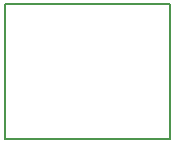
<source format=gbr>
G04 #@! TF.GenerationSoftware,KiCad,Pcbnew,5.0.2-bee76a0~70~ubuntu18.04.1*
G04 #@! TF.CreationDate,2019-03-08T21:32:13-05:00*
G04 #@! TF.ProjectId,r1206,72313230-362e-46b6-9963-61645f706362,rev?*
G04 #@! TF.SameCoordinates,Original*
G04 #@! TF.FileFunction,Profile,NP*
%FSLAX46Y46*%
G04 Gerber Fmt 4.6, Leading zero omitted, Abs format (unit mm)*
G04 Created by KiCad (PCBNEW 5.0.2-bee76a0~70~ubuntu18.04.1) date Fri 08 Mar 2019 21:32:13 EST*
%MOMM*%
%LPD*%
G01*
G04 APERTURE LIST*
%ADD10C,0.150000*%
G04 APERTURE END LIST*
D10*
X23495000Y-23495000D02*
X23495000Y-34925000D01*
X23495000Y-34925000D02*
X37465000Y-34925000D01*
X37465000Y-34925000D02*
X37465000Y-23495000D01*
X23495000Y-23495000D02*
X37465000Y-23495000D01*
M02*

</source>
